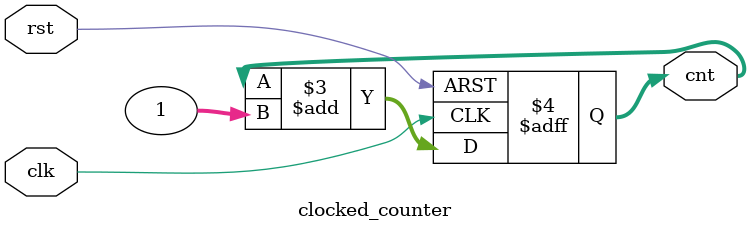
<source format=sv>
module clocked_counter(input clk, input rst, output reg [31:0] cnt);
    always @(posedge clk, negedge rst) begin
        if(~rst) begin
            cnt <= '0;
        end else begin
            cnt <= cnt + 1;
        end
    end
endmodule

</source>
